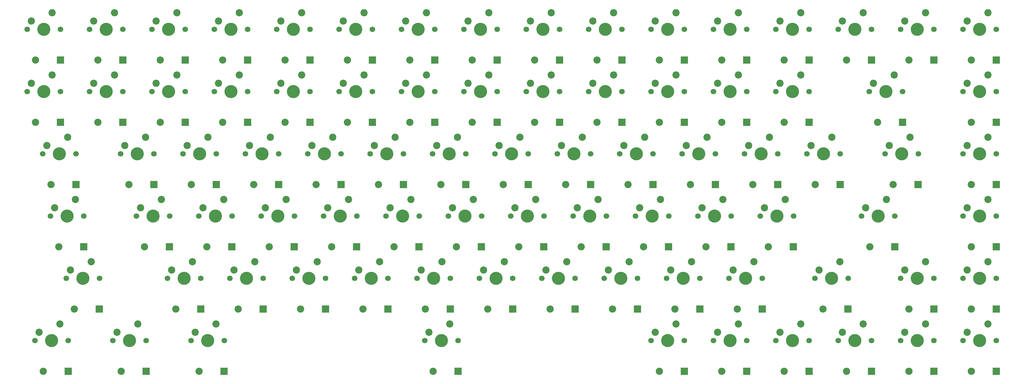
<source format=gbr>
%TF.GenerationSoftware,KiCad,Pcbnew,8.0.8-8.0.8-0~ubuntu22.04.1*%
%TF.CreationDate,2025-03-09T08:59:39-04:00*%
%TF.ProjectId,kb_test,6b625f74-6573-4742-9e6b-696361645f70,rev?*%
%TF.SameCoordinates,Original*%
%TF.FileFunction,Soldermask,Top*%
%TF.FilePolarity,Negative*%
%FSLAX46Y46*%
G04 Gerber Fmt 4.6, Leading zero omitted, Abs format (unit mm)*
G04 Created by KiCad (PCBNEW 8.0.8-8.0.8-0~ubuntu22.04.1) date 2025-03-09 08:59:39*
%MOMM*%
%LPD*%
G01*
G04 APERTURE LIST*
%ADD10R,2.200000X2.200000*%
%ADD11O,2.200000X2.200000*%
%ADD12C,1.700000*%
%ADD13C,4.000000*%
%ADD14C,2.200000*%
G04 APERTURE END LIST*
D10*
%TO.C,D53*%
X184213500Y-137160000D03*
D11*
X176593500Y-137160000D03*
%TD*%
D12*
%TO.C,SW26*%
X216956000Y-89640000D03*
D13*
X222036000Y-89640000D03*
D12*
X227116000Y-89640000D03*
D14*
X224576000Y-84560000D03*
X218226000Y-87100000D03*
%TD*%
D12*
%TO.C,SW12*%
X255056000Y-70590000D03*
D13*
X260136000Y-70590000D03*
D12*
X265216000Y-70590000D03*
D14*
X262676000Y-65510000D03*
X256326000Y-68050000D03*
%TD*%
D10*
%TO.C,D23*%
X169926000Y-99060000D03*
D11*
X162306000Y-99060000D03*
%TD*%
D10*
%TO.C,D29*%
X284226000Y-99060000D03*
D11*
X276606000Y-99060000D03*
%TD*%
D12*
%TO.C,SW62*%
X88368500Y-146790000D03*
D13*
X93448500Y-146790000D03*
D12*
X98528500Y-146790000D03*
D14*
X95988500Y-141710000D03*
X89638500Y-144250000D03*
%TD*%
D10*
%TO.C,D48*%
X88963500Y-137160000D03*
D11*
X81343500Y-137160000D03*
%TD*%
D10*
%TO.C,D60*%
X341376000Y-137160000D03*
D11*
X333756000Y-137160000D03*
%TD*%
D12*
%TO.C,SW15*%
X312206000Y-70590000D03*
D13*
X317286000Y-70590000D03*
D12*
X322366000Y-70590000D03*
D14*
X319826000Y-65510000D03*
X313476000Y-68050000D03*
%TD*%
D12*
%TO.C,SW84*%
X331256000Y-165840000D03*
D13*
X336336000Y-165840000D03*
D12*
X341416000Y-165840000D03*
D14*
X338876000Y-160760000D03*
X332526000Y-163300000D03*
%TD*%
D10*
%TO.C,D34*%
X103251000Y-118110000D03*
D11*
X95631000Y-118110000D03*
%TD*%
D12*
%TO.C,SW37*%
X150281000Y-108690000D03*
D13*
X155361000Y-108690000D03*
D12*
X160441000Y-108690000D03*
D14*
X157901000Y-103610000D03*
X151551000Y-106150000D03*
%TD*%
D10*
%TO.C,D1*%
X55626000Y-80010000D03*
D11*
X48006000Y-80010000D03*
%TD*%
D12*
%TO.C,SW78*%
X166949750Y-165840000D03*
D13*
X172029750Y-165840000D03*
D12*
X177109750Y-165840000D03*
D14*
X174569750Y-160760000D03*
X168219750Y-163300000D03*
%TD*%
D10*
%TO.C,D43*%
X274701000Y-118110000D03*
D11*
X267081000Y-118110000D03*
%TD*%
D12*
%TO.C,SW53*%
X174093500Y-127740000D03*
D13*
X179173500Y-127740000D03*
D12*
X184253500Y-127740000D03*
D14*
X181713500Y-122660000D03*
X175363500Y-125200000D03*
%TD*%
D10*
%TO.C,D12*%
X265176000Y-80010000D03*
D11*
X257556000Y-80010000D03*
%TD*%
D12*
%TO.C,SW68*%
X202668500Y-146790000D03*
D13*
X207748500Y-146790000D03*
D12*
X212828500Y-146790000D03*
D14*
X210288500Y-141710000D03*
X203938500Y-144250000D03*
%TD*%
D12*
%TO.C,SW29*%
X274106000Y-89640000D03*
D13*
X279186000Y-89640000D03*
D12*
X284266000Y-89640000D03*
D14*
X281726000Y-84560000D03*
X275376000Y-87100000D03*
%TD*%
D10*
%TO.C,D73*%
X322326000Y-156210000D03*
D11*
X314706000Y-156210000D03*
%TD*%
D10*
%TO.C,D24*%
X188976000Y-99060000D03*
D11*
X181356000Y-99060000D03*
%TD*%
D10*
%TO.C,D40*%
X217551000Y-118110000D03*
D11*
X209931000Y-118110000D03*
%TD*%
D10*
%TO.C,D62*%
X98488500Y-156210000D03*
D11*
X90868500Y-156210000D03*
%TD*%
D12*
%TO.C,SW34*%
X93131000Y-108690000D03*
D13*
X98211000Y-108690000D03*
D12*
X103291000Y-108690000D03*
D14*
X100751000Y-103610000D03*
X94401000Y-106150000D03*
%TD*%
D12*
%TO.C,SW24*%
X178856000Y-89640000D03*
D13*
X183936000Y-89640000D03*
D12*
X189016000Y-89640000D03*
D14*
X186476000Y-84560000D03*
X180126000Y-87100000D03*
%TD*%
D12*
%TO.C,SW32*%
X50268500Y-108690000D03*
D13*
X55348500Y-108690000D03*
D12*
X60428500Y-108690000D03*
D14*
X57888500Y-103610000D03*
X51538500Y-106150000D03*
%TD*%
D12*
%TO.C,SW16*%
X331256000Y-70590000D03*
D13*
X336336000Y-70590000D03*
D12*
X341416000Y-70590000D03*
D14*
X338876000Y-65510000D03*
X332526000Y-68050000D03*
%TD*%
D12*
%TO.C,SW54*%
X193143500Y-127740000D03*
D13*
X198223500Y-127740000D03*
D12*
X203303500Y-127740000D03*
D14*
X200763500Y-122660000D03*
X194413500Y-125200000D03*
%TD*%
D10*
%TO.C,D84*%
X341376000Y-175260000D03*
D11*
X333756000Y-175260000D03*
%TD*%
D12*
%TO.C,SW36*%
X131231000Y-108690000D03*
D13*
X136311000Y-108690000D03*
D12*
X141391000Y-108690000D03*
D14*
X138851000Y-103610000D03*
X132501000Y-106150000D03*
%TD*%
D12*
%TO.C,SW6*%
X140756000Y-70590000D03*
D13*
X145836000Y-70590000D03*
D12*
X150916000Y-70590000D03*
D14*
X148376000Y-65510000D03*
X142026000Y-68050000D03*
%TD*%
D12*
%TO.C,SW44*%
X283631000Y-108690000D03*
D13*
X288711000Y-108690000D03*
D12*
X293791000Y-108690000D03*
D14*
X291251000Y-103610000D03*
X284901000Y-106150000D03*
%TD*%
D12*
%TO.C,SW9*%
X197906000Y-70590000D03*
D13*
X202986000Y-70590000D03*
D12*
X208066000Y-70590000D03*
D14*
X205526000Y-65510000D03*
X199176000Y-68050000D03*
%TD*%
D12*
%TO.C,SW51*%
X135993500Y-127740000D03*
D13*
X141073500Y-127740000D03*
D12*
X146153500Y-127740000D03*
D14*
X143613500Y-122660000D03*
X137263500Y-125200000D03*
%TD*%
D12*
%TO.C,SW45*%
X307443500Y-108690000D03*
D13*
X312523500Y-108690000D03*
D12*
X317603500Y-108690000D03*
D14*
X315063500Y-103610000D03*
X308713500Y-106150000D03*
%TD*%
D10*
%TO.C,D36*%
X141351000Y-118110000D03*
D11*
X133731000Y-118110000D03*
%TD*%
D10*
%TO.C,D76*%
X81819750Y-175260000D03*
D11*
X74199750Y-175260000D03*
%TD*%
D12*
%TO.C,SW52*%
X155043500Y-127740000D03*
D13*
X160123500Y-127740000D03*
D12*
X165203500Y-127740000D03*
D14*
X162663500Y-122660000D03*
X156313500Y-125200000D03*
%TD*%
D12*
%TO.C,SW58*%
X269343500Y-127740000D03*
D13*
X274423500Y-127740000D03*
D12*
X279503500Y-127740000D03*
D14*
X276963500Y-122660000D03*
X270613500Y-125200000D03*
%TD*%
D10*
%TO.C,D69*%
X231838500Y-156210000D03*
D11*
X224218500Y-156210000D03*
%TD*%
D12*
%TO.C,SW66*%
X164568500Y-146790000D03*
D13*
X169648500Y-146790000D03*
D12*
X174728500Y-146790000D03*
D14*
X172188500Y-141710000D03*
X165838500Y-144250000D03*
%TD*%
D10*
%TO.C,D5*%
X131826000Y-80010000D03*
D11*
X124206000Y-80010000D03*
%TD*%
D10*
%TO.C,D38*%
X179451000Y-118110000D03*
D11*
X171831000Y-118110000D03*
%TD*%
D10*
%TO.C,D21*%
X131826000Y-99060000D03*
D11*
X124206000Y-99060000D03*
%TD*%
D10*
%TO.C,D30*%
X312801000Y-99060000D03*
D11*
X305181000Y-99060000D03*
%TD*%
D12*
%TO.C,SW33*%
X74081000Y-108690000D03*
D13*
X79161000Y-108690000D03*
D12*
X84241000Y-108690000D03*
D14*
X81701000Y-103610000D03*
X75351000Y-106150000D03*
%TD*%
D12*
%TO.C,SW14*%
X293156000Y-70590000D03*
D13*
X298236000Y-70590000D03*
D12*
X303316000Y-70590000D03*
D14*
X300776000Y-65510000D03*
X294426000Y-68050000D03*
%TD*%
D10*
%TO.C,D10*%
X227076000Y-80010000D03*
D11*
X219456000Y-80010000D03*
%TD*%
D10*
%TO.C,D16*%
X341376000Y-80010000D03*
D11*
X333756000Y-80010000D03*
%TD*%
D12*
%TO.C,SW77*%
X95512250Y-165840000D03*
D13*
X100592250Y-165840000D03*
D12*
X105672250Y-165840000D03*
D14*
X103132250Y-160760000D03*
X96782250Y-163300000D03*
%TD*%
D10*
%TO.C,D28*%
X265176000Y-99060000D03*
D11*
X257556000Y-99060000D03*
%TD*%
D10*
%TO.C,D11*%
X246126000Y-80010000D03*
D11*
X238506000Y-80010000D03*
%TD*%
D10*
%TO.C,D39*%
X198501000Y-118110000D03*
D11*
X190881000Y-118110000D03*
%TD*%
D12*
%TO.C,SW71*%
X259818500Y-146790000D03*
D13*
X264898500Y-146790000D03*
D12*
X269978500Y-146790000D03*
D14*
X267438500Y-141710000D03*
X261088500Y-144250000D03*
%TD*%
D12*
%TO.C,SW20*%
X102656000Y-89640000D03*
D13*
X107736000Y-89640000D03*
D12*
X112816000Y-89640000D03*
D14*
X110276000Y-84560000D03*
X103926000Y-87100000D03*
%TD*%
D10*
%TO.C,D82*%
X303276000Y-175260000D03*
D11*
X295656000Y-175260000D03*
%TD*%
D10*
%TO.C,D74*%
X341376000Y-156210000D03*
D11*
X333756000Y-156210000D03*
%TD*%
D12*
%TO.C,SW39*%
X188381000Y-108690000D03*
D13*
X193461000Y-108690000D03*
D12*
X198541000Y-108690000D03*
D14*
X196001000Y-103610000D03*
X189651000Y-106150000D03*
%TD*%
D12*
%TO.C,SW83*%
X312206000Y-165840000D03*
D13*
X317286000Y-165840000D03*
D12*
X322366000Y-165840000D03*
D14*
X319826000Y-160760000D03*
X313476000Y-163300000D03*
%TD*%
D12*
%TO.C,SW38*%
X169331000Y-108690000D03*
D13*
X174411000Y-108690000D03*
D12*
X179491000Y-108690000D03*
D14*
X176951000Y-103610000D03*
X170601000Y-106150000D03*
%TD*%
D10*
%TO.C,D59*%
X310419750Y-137160000D03*
D11*
X302799750Y-137160000D03*
%TD*%
D10*
%TO.C,D42*%
X255651000Y-118110000D03*
D11*
X248031000Y-118110000D03*
%TD*%
D12*
%TO.C,SW80*%
X255056000Y-165840000D03*
D13*
X260136000Y-165840000D03*
D12*
X265216000Y-165840000D03*
D14*
X262676000Y-160760000D03*
X256326000Y-163300000D03*
%TD*%
D10*
%TO.C,D13*%
X284226000Y-80010000D03*
D11*
X276606000Y-80010000D03*
%TD*%
D12*
%TO.C,SW48*%
X78843500Y-127740000D03*
D13*
X83923500Y-127740000D03*
D12*
X89003500Y-127740000D03*
D14*
X86463500Y-122660000D03*
X80113500Y-125200000D03*
%TD*%
D10*
%TO.C,D83*%
X322326000Y-175260000D03*
D11*
X314706000Y-175260000D03*
%TD*%
D10*
%TO.C,D55*%
X222313500Y-137160000D03*
D11*
X214693500Y-137160000D03*
%TD*%
D12*
%TO.C,SW79*%
X236006000Y-165840000D03*
D13*
X241086000Y-165840000D03*
D12*
X246166000Y-165840000D03*
D14*
X243626000Y-160760000D03*
X237276000Y-163300000D03*
%TD*%
D12*
%TO.C,SW35*%
X112181000Y-108690000D03*
D13*
X117261000Y-108690000D03*
D12*
X122341000Y-108690000D03*
D14*
X119801000Y-103610000D03*
X113451000Y-106150000D03*
%TD*%
D12*
%TO.C,SW23*%
X159806000Y-89640000D03*
D13*
X164886000Y-89640000D03*
D12*
X169966000Y-89640000D03*
D14*
X167426000Y-84560000D03*
X161076000Y-87100000D03*
%TD*%
D10*
%TO.C,D41*%
X236601000Y-118110000D03*
D11*
X228981000Y-118110000D03*
%TD*%
D10*
%TO.C,D27*%
X246126000Y-99060000D03*
D11*
X238506000Y-99060000D03*
%TD*%
D12*
%TO.C,SW43*%
X264581000Y-108690000D03*
D13*
X269661000Y-108690000D03*
D12*
X274741000Y-108690000D03*
D14*
X272201000Y-103610000D03*
X265851000Y-106150000D03*
%TD*%
D12*
%TO.C,SW8*%
X178856000Y-70590000D03*
D13*
X183936000Y-70590000D03*
D12*
X189016000Y-70590000D03*
D14*
X186476000Y-65510000D03*
X180126000Y-68050000D03*
%TD*%
D12*
%TO.C,SW69*%
X221718500Y-146790000D03*
D13*
X226798500Y-146790000D03*
D12*
X231878500Y-146790000D03*
D14*
X229338500Y-141710000D03*
X222988500Y-144250000D03*
%TD*%
D12*
%TO.C,SW21*%
X121706000Y-89640000D03*
D13*
X126786000Y-89640000D03*
D12*
X131866000Y-89640000D03*
D14*
X129326000Y-84560000D03*
X122976000Y-87100000D03*
%TD*%
D10*
%TO.C,D46*%
X341376000Y-118110000D03*
D11*
X333756000Y-118110000D03*
%TD*%
D10*
%TO.C,D79*%
X246126000Y-175260000D03*
D11*
X238506000Y-175260000D03*
%TD*%
D10*
%TO.C,D72*%
X296132250Y-156210000D03*
D11*
X288512250Y-156210000D03*
%TD*%
D10*
%TO.C,D71*%
X269938500Y-156210000D03*
D11*
X262318500Y-156210000D03*
%TD*%
D12*
%TO.C,SW5*%
X121706000Y-70590000D03*
D13*
X126786000Y-70590000D03*
D12*
X131866000Y-70590000D03*
D14*
X129326000Y-65510000D03*
X122976000Y-68050000D03*
%TD*%
D12*
%TO.C,SW30*%
X302681000Y-89640000D03*
D13*
X307761000Y-89640000D03*
D12*
X312841000Y-89640000D03*
D14*
X310301000Y-84560000D03*
X303951000Y-87100000D03*
%TD*%
D10*
%TO.C,D35*%
X122301000Y-118110000D03*
D11*
X114681000Y-118110000D03*
%TD*%
D10*
%TO.C,D6*%
X150876000Y-80010000D03*
D11*
X143256000Y-80010000D03*
%TD*%
D12*
%TO.C,SW72*%
X286012250Y-146790000D03*
D13*
X291092250Y-146790000D03*
D12*
X296172250Y-146790000D03*
D14*
X293632250Y-141710000D03*
X287282250Y-144250000D03*
%TD*%
D10*
%TO.C,D78*%
X177069750Y-175260000D03*
D11*
X169449750Y-175260000D03*
%TD*%
D10*
%TO.C,D22*%
X150876000Y-99060000D03*
D11*
X143256000Y-99060000D03*
%TD*%
D10*
%TO.C,D45*%
X317563500Y-118110000D03*
D11*
X309943500Y-118110000D03*
%TD*%
D10*
%TO.C,D67*%
X193738500Y-156210000D03*
D11*
X186118500Y-156210000D03*
%TD*%
D10*
%TO.C,D8*%
X188976000Y-80010000D03*
D11*
X181356000Y-80010000D03*
%TD*%
D12*
%TO.C,SW75*%
X47887250Y-165840000D03*
D13*
X52967250Y-165840000D03*
D12*
X58047250Y-165840000D03*
D14*
X55507250Y-160760000D03*
X49157250Y-163300000D03*
%TD*%
D10*
%TO.C,D68*%
X212788500Y-156210000D03*
D11*
X205168500Y-156210000D03*
%TD*%
D10*
%TO.C,D54*%
X203263500Y-137160000D03*
D11*
X195643500Y-137160000D03*
%TD*%
D12*
%TO.C,SW2*%
X64556000Y-70590000D03*
D13*
X69636000Y-70590000D03*
D12*
X74716000Y-70590000D03*
D14*
X72176000Y-65510000D03*
X65826000Y-68050000D03*
%TD*%
D10*
%TO.C,D33*%
X84201000Y-118110000D03*
D11*
X76581000Y-118110000D03*
%TD*%
D10*
%TO.C,D31*%
X341376000Y-99060000D03*
D11*
X333756000Y-99060000D03*
%TD*%
D12*
%TO.C,SW10*%
X216956000Y-70590000D03*
D13*
X222036000Y-70590000D03*
D12*
X227116000Y-70590000D03*
D14*
X224576000Y-65510000D03*
X218226000Y-68050000D03*
%TD*%
D10*
%TO.C,D20*%
X112776000Y-99060000D03*
D11*
X105156000Y-99060000D03*
%TD*%
D12*
%TO.C,SW60*%
X331256000Y-127740000D03*
D13*
X336336000Y-127740000D03*
D12*
X341416000Y-127740000D03*
D14*
X338876000Y-122660000D03*
X332526000Y-125200000D03*
%TD*%
D10*
%TO.C,D75*%
X58007250Y-175260000D03*
D11*
X50387250Y-175260000D03*
%TD*%
D12*
%TO.C,SW11*%
X236006000Y-70590000D03*
D13*
X241086000Y-70590000D03*
D12*
X246166000Y-70590000D03*
D14*
X243626000Y-65510000D03*
X237276000Y-68050000D03*
%TD*%
D10*
%TO.C,D19*%
X93726000Y-99060000D03*
D11*
X86106000Y-99060000D03*
%TD*%
D12*
%TO.C,SW28*%
X255056000Y-89640000D03*
D13*
X260136000Y-89640000D03*
D12*
X265216000Y-89640000D03*
D14*
X262676000Y-84560000D03*
X256326000Y-87100000D03*
%TD*%
D10*
%TO.C,D15*%
X322326000Y-80010000D03*
D11*
X314706000Y-80010000D03*
%TD*%
D12*
%TO.C,SW67*%
X183618500Y-146790000D03*
D13*
X188698500Y-146790000D03*
D12*
X193778500Y-146790000D03*
D14*
X191238500Y-141710000D03*
X184888500Y-144250000D03*
%TD*%
D12*
%TO.C,SW47*%
X52649750Y-127740000D03*
D13*
X57729750Y-127740000D03*
D12*
X62809750Y-127740000D03*
D14*
X60269750Y-122660000D03*
X53919750Y-125200000D03*
%TD*%
D12*
%TO.C,SW25*%
X197906000Y-89640000D03*
D13*
X202986000Y-89640000D03*
D12*
X208066000Y-89640000D03*
D14*
X205526000Y-84560000D03*
X199176000Y-87100000D03*
%TD*%
D12*
%TO.C,SW74*%
X331256000Y-146790000D03*
D13*
X336336000Y-146790000D03*
D12*
X341416000Y-146790000D03*
D14*
X338876000Y-141710000D03*
X332526000Y-144250000D03*
%TD*%
D12*
%TO.C,SW82*%
X293156000Y-165840000D03*
D13*
X298236000Y-165840000D03*
D12*
X303316000Y-165840000D03*
D14*
X300776000Y-160760000D03*
X294426000Y-163300000D03*
%TD*%
D12*
%TO.C,SW63*%
X107418500Y-146790000D03*
D13*
X112498500Y-146790000D03*
D12*
X117578500Y-146790000D03*
D14*
X115038500Y-141710000D03*
X108688500Y-144250000D03*
%TD*%
D12*
%TO.C,SW50*%
X116943500Y-127740000D03*
D13*
X122023500Y-127740000D03*
D12*
X127103500Y-127740000D03*
D14*
X124563500Y-122660000D03*
X118213500Y-125200000D03*
%TD*%
D10*
%TO.C,D47*%
X62769750Y-137160000D03*
D11*
X55149750Y-137160000D03*
%TD*%
D10*
%TO.C,D58*%
X279463500Y-137160000D03*
D11*
X271843500Y-137160000D03*
%TD*%
D10*
%TO.C,D63*%
X117538500Y-156210000D03*
D11*
X109918500Y-156210000D03*
%TD*%
D12*
%TO.C,SW1*%
X45506000Y-70590000D03*
D13*
X50586000Y-70590000D03*
D12*
X55666000Y-70590000D03*
D14*
X53126000Y-65510000D03*
X46776000Y-68050000D03*
%TD*%
D10*
%TO.C,D49*%
X108013500Y-137160000D03*
D11*
X100393500Y-137160000D03*
%TD*%
D12*
%TO.C,SW17*%
X45506000Y-89640000D03*
D13*
X50586000Y-89640000D03*
D12*
X55666000Y-89640000D03*
D14*
X53126000Y-84560000D03*
X46776000Y-87100000D03*
%TD*%
D12*
%TO.C,SW56*%
X231243500Y-127740000D03*
D13*
X236323500Y-127740000D03*
D12*
X241403500Y-127740000D03*
D14*
X238863500Y-122660000D03*
X232513500Y-125200000D03*
%TD*%
D10*
%TO.C,D57*%
X260413500Y-137160000D03*
D11*
X252793500Y-137160000D03*
%TD*%
D10*
%TO.C,D80*%
X265176000Y-175260000D03*
D11*
X257556000Y-175260000D03*
%TD*%
D10*
%TO.C,D14*%
X303276000Y-80010000D03*
D11*
X295656000Y-80010000D03*
%TD*%
D12*
%TO.C,SW13*%
X274106000Y-70590000D03*
D13*
X279186000Y-70590000D03*
D12*
X284266000Y-70590000D03*
D14*
X281726000Y-65510000D03*
X275376000Y-68050000D03*
%TD*%
D12*
%TO.C,SW4*%
X102656000Y-70590000D03*
D13*
X107736000Y-70590000D03*
D12*
X112816000Y-70590000D03*
D14*
X110276000Y-65510000D03*
X103926000Y-68050000D03*
%TD*%
D12*
%TO.C,SW18*%
X64556000Y-89640000D03*
D13*
X69636000Y-89640000D03*
D12*
X74716000Y-89640000D03*
D14*
X72176000Y-84560000D03*
X65826000Y-87100000D03*
%TD*%
D10*
%TO.C,D52*%
X165163500Y-137160000D03*
D11*
X157543500Y-137160000D03*
%TD*%
D12*
%TO.C,SW7*%
X159806000Y-70590000D03*
D13*
X164886000Y-70590000D03*
D12*
X169966000Y-70590000D03*
D14*
X167426000Y-65510000D03*
X161076000Y-68050000D03*
%TD*%
D10*
%TO.C,D65*%
X155638500Y-156210000D03*
D11*
X148018500Y-156210000D03*
%TD*%
D10*
%TO.C,D77*%
X105632250Y-175260000D03*
D11*
X98012250Y-175260000D03*
%TD*%
D10*
%TO.C,D50*%
X127063500Y-137160000D03*
D11*
X119443500Y-137160000D03*
%TD*%
D12*
%TO.C,SW22*%
X140756000Y-89640000D03*
D13*
X145836000Y-89640000D03*
D12*
X150916000Y-89640000D03*
D14*
X148376000Y-84560000D03*
X142026000Y-87100000D03*
%TD*%
D12*
%TO.C,SW73*%
X312206000Y-146790000D03*
D13*
X317286000Y-146790000D03*
D12*
X322366000Y-146790000D03*
D14*
X319826000Y-141710000D03*
X313476000Y-144250000D03*
%TD*%
D12*
%TO.C,SW61*%
X57412250Y-146790000D03*
D13*
X62492250Y-146790000D03*
D12*
X67572250Y-146790000D03*
D14*
X65032250Y-141710000D03*
X58682250Y-144250000D03*
%TD*%
D10*
%TO.C,D32*%
X60388500Y-118110000D03*
D11*
X52768500Y-118110000D03*
%TD*%
D10*
%TO.C,D7*%
X169926000Y-80010000D03*
D11*
X162306000Y-80010000D03*
%TD*%
D12*
%TO.C,SW27*%
X236006000Y-89640000D03*
D13*
X241086000Y-89640000D03*
D12*
X246166000Y-89640000D03*
D14*
X243626000Y-84560000D03*
X237276000Y-87100000D03*
%TD*%
D10*
%TO.C,D66*%
X174688500Y-156210000D03*
D11*
X167068500Y-156210000D03*
%TD*%
D10*
%TO.C,D81*%
X284226000Y-175260000D03*
D11*
X276606000Y-175260000D03*
%TD*%
D10*
%TO.C,D56*%
X241363500Y-137160000D03*
D11*
X233743500Y-137160000D03*
%TD*%
D12*
%TO.C,SW65*%
X145518500Y-146790000D03*
D13*
X150598500Y-146790000D03*
D12*
X155678500Y-146790000D03*
D14*
X153138500Y-141710000D03*
X146788500Y-144250000D03*
%TD*%
D10*
%TO.C,D2*%
X74676000Y-80010000D03*
D11*
X67056000Y-80010000D03*
%TD*%
D10*
%TO.C,D64*%
X136588500Y-156210000D03*
D11*
X128968500Y-156210000D03*
%TD*%
D10*
%TO.C,D25*%
X208026000Y-99060000D03*
D11*
X200406000Y-99060000D03*
%TD*%
D10*
%TO.C,D3*%
X93726000Y-80010000D03*
D11*
X86106000Y-80010000D03*
%TD*%
D12*
%TO.C,SW76*%
X71699750Y-165840000D03*
D13*
X76779750Y-165840000D03*
D12*
X81859750Y-165840000D03*
D14*
X79319750Y-160760000D03*
X72969750Y-163300000D03*
%TD*%
D10*
%TO.C,D17*%
X55626000Y-99060000D03*
D11*
X48006000Y-99060000D03*
%TD*%
D12*
%TO.C,SW41*%
X226481000Y-108690000D03*
D13*
X231561000Y-108690000D03*
D12*
X236641000Y-108690000D03*
D14*
X234101000Y-103610000D03*
X227751000Y-106150000D03*
%TD*%
D12*
%TO.C,SW57*%
X250293500Y-127740000D03*
D13*
X255373500Y-127740000D03*
D12*
X260453500Y-127740000D03*
D14*
X257913500Y-122660000D03*
X251563500Y-125200000D03*
%TD*%
D10*
%TO.C,D9*%
X208026000Y-80010000D03*
D11*
X200406000Y-80010000D03*
%TD*%
D12*
%TO.C,SW64*%
X126468500Y-146790000D03*
D13*
X131548500Y-146790000D03*
D12*
X136628500Y-146790000D03*
D14*
X134088500Y-141710000D03*
X127738500Y-144250000D03*
%TD*%
D12*
%TO.C,SW19*%
X83606000Y-89640000D03*
D13*
X88686000Y-89640000D03*
D12*
X93766000Y-89640000D03*
D14*
X91226000Y-84560000D03*
X84876000Y-87100000D03*
%TD*%
D10*
%TO.C,D4*%
X112776000Y-80010000D03*
D11*
X105156000Y-80010000D03*
%TD*%
D10*
%TO.C,D70*%
X250888500Y-156210000D03*
D11*
X243268500Y-156210000D03*
%TD*%
D10*
%TO.C,D44*%
X293751000Y-118110000D03*
D11*
X286131000Y-118110000D03*
%TD*%
D10*
%TO.C,D18*%
X74676000Y-99060000D03*
D11*
X67056000Y-99060000D03*
%TD*%
D10*
%TO.C,D37*%
X160401000Y-118110000D03*
D11*
X152781000Y-118110000D03*
%TD*%
D12*
%TO.C,SW55*%
X212193500Y-127740000D03*
D13*
X217273500Y-127740000D03*
D12*
X222353500Y-127740000D03*
D14*
X219813500Y-122660000D03*
X213463500Y-125200000D03*
%TD*%
D10*
%TO.C,D51*%
X146113500Y-137160000D03*
D11*
X138493500Y-137160000D03*
%TD*%
D12*
%TO.C,SW49*%
X97893500Y-127740000D03*
D13*
X102973500Y-127740000D03*
D12*
X108053500Y-127740000D03*
D14*
X105513500Y-122660000D03*
X99163500Y-125200000D03*
%TD*%
D12*
%TO.C,SW59*%
X300299750Y-127740000D03*
D13*
X305379750Y-127740000D03*
D12*
X310459750Y-127740000D03*
D14*
X307919750Y-122660000D03*
X301569750Y-125200000D03*
%TD*%
D12*
%TO.C,SW46*%
X331256000Y-108690000D03*
D13*
X336336000Y-108690000D03*
D12*
X341416000Y-108690000D03*
D14*
X338876000Y-103610000D03*
X332526000Y-106150000D03*
%TD*%
D12*
%TO.C,SW70*%
X240768500Y-146790000D03*
D13*
X245848500Y-146790000D03*
D12*
X250928500Y-146790000D03*
D14*
X248388500Y-141710000D03*
X242038500Y-144250000D03*
%TD*%
D12*
%TO.C,SW3*%
X83606000Y-70590000D03*
D13*
X88686000Y-70590000D03*
D12*
X93766000Y-70590000D03*
D14*
X91226000Y-65510000D03*
X84876000Y-68050000D03*
%TD*%
D12*
%TO.C,SW31*%
X331256000Y-89640000D03*
D13*
X336336000Y-89640000D03*
D12*
X341416000Y-89640000D03*
D14*
X338876000Y-84560000D03*
X332526000Y-87100000D03*
%TD*%
D10*
%TO.C,D61*%
X67532250Y-156210000D03*
D11*
X59912250Y-156210000D03*
%TD*%
D10*
%TO.C,D26*%
X227076000Y-99060000D03*
D11*
X219456000Y-99060000D03*
%TD*%
D12*
%TO.C,SW81*%
X274106000Y-165840000D03*
D13*
X279186000Y-165840000D03*
D12*
X284266000Y-165840000D03*
D14*
X281726000Y-160760000D03*
X275376000Y-163300000D03*
%TD*%
D12*
%TO.C,SW40*%
X207431000Y-108690000D03*
D13*
X212511000Y-108690000D03*
D12*
X217591000Y-108690000D03*
D14*
X215051000Y-103610000D03*
X208701000Y-106150000D03*
%TD*%
D12*
%TO.C,SW42*%
X245531000Y-108690000D03*
D13*
X250611000Y-108690000D03*
D12*
X255691000Y-108690000D03*
D14*
X253151000Y-103610000D03*
X246801000Y-106150000D03*
%TD*%
M02*

</source>
